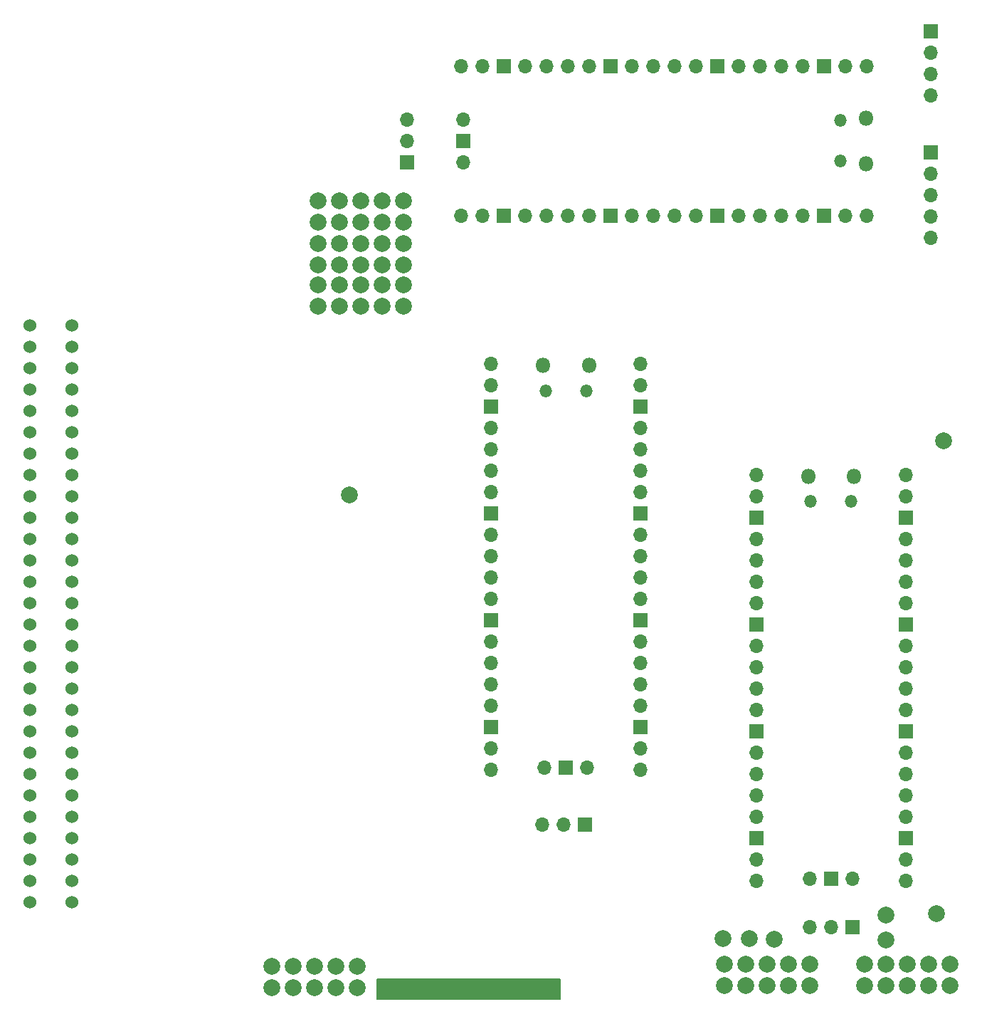
<source format=gbs>
G04 #@! TF.GenerationSoftware,KiCad,Pcbnew,6.0.11-2627ca5db0~126~ubuntu22.04.1*
G04 #@! TF.CreationDate,2023-02-12T16:42:10+00:00*
G04 #@! TF.ProjectId,srom,73726f6d-2e6b-4696-9361-645f70636258,v1.0*
G04 #@! TF.SameCoordinates,Original*
G04 #@! TF.FileFunction,Soldermask,Bot*
G04 #@! TF.FilePolarity,Negative*
%FSLAX46Y46*%
G04 Gerber Fmt 4.6, Leading zero omitted, Abs format (unit mm)*
G04 Created by KiCad (PCBNEW 6.0.11-2627ca5db0~126~ubuntu22.04.1) date 2023-02-12 16:42:10*
%MOMM*%
%LPD*%
G01*
G04 APERTURE LIST*
%ADD10C,0.150000*%
%ADD11C,2.000000*%
%ADD12R,1.700000X1.700000*%
%ADD13O,1.700000X1.700000*%
%ADD14O,1.800000X1.800000*%
%ADD15O,1.500000X1.500000*%
%ADD16C,1.524000*%
G04 APERTURE END LIST*
D10*
X113465000Y-174880000D02*
X91755000Y-174880000D01*
X91755000Y-174880000D02*
X91755000Y-172560000D01*
X91755000Y-172560000D02*
X113465000Y-172560000D01*
X113465000Y-172560000D02*
X113465000Y-174880000D01*
G36*
X113465000Y-174880000D02*
G01*
X91755000Y-174880000D01*
X91755000Y-172560000D01*
X113465000Y-172560000D01*
X113465000Y-174880000D01*
G37*
D11*
X132850000Y-167710000D03*
X84680000Y-92510000D03*
X154830000Y-173260000D03*
X81730000Y-170960000D03*
X94840000Y-82500000D03*
X89760000Y-82500000D03*
D12*
X95250000Y-75380000D03*
D13*
X95250000Y-72840000D03*
X95250000Y-70300000D03*
D11*
X87220000Y-79960000D03*
X135560000Y-170770000D03*
X84680000Y-89970000D03*
X92340000Y-85050000D03*
X159090000Y-108490000D03*
X152290000Y-173260000D03*
X84720000Y-87590000D03*
X135560000Y-173310000D03*
X94840000Y-92510000D03*
X92340000Y-87590000D03*
D14*
X149855000Y-75575000D03*
D15*
X146825000Y-75275000D03*
D14*
X149855000Y-70125000D03*
D15*
X146825000Y-70425000D03*
D13*
X149985000Y-63960000D03*
X147445000Y-63960000D03*
D12*
X144905000Y-63960000D03*
D13*
X142365000Y-63960000D03*
X139825000Y-63960000D03*
X137285000Y-63960000D03*
X134745000Y-63960000D03*
D12*
X132205000Y-63960000D03*
D13*
X129665000Y-63960000D03*
X127125000Y-63960000D03*
X124585000Y-63960000D03*
X122045000Y-63960000D03*
D12*
X119505000Y-63960000D03*
D13*
X116965000Y-63960000D03*
X114425000Y-63960000D03*
X111885000Y-63960000D03*
X109345000Y-63960000D03*
D12*
X106805000Y-63960000D03*
D13*
X104265000Y-63960000D03*
X101725000Y-63960000D03*
X101725000Y-81740000D03*
X104265000Y-81740000D03*
D12*
X106805000Y-81740000D03*
D13*
X109345000Y-81740000D03*
X111885000Y-81740000D03*
X114425000Y-81740000D03*
X116965000Y-81740000D03*
D12*
X119505000Y-81740000D03*
D13*
X122045000Y-81740000D03*
X124585000Y-81740000D03*
X127125000Y-81740000D03*
X129665000Y-81740000D03*
D12*
X132205000Y-81740000D03*
D13*
X134745000Y-81740000D03*
X137285000Y-81740000D03*
X139825000Y-81740000D03*
X142365000Y-81740000D03*
D12*
X144905000Y-81740000D03*
D13*
X147445000Y-81740000D03*
X149985000Y-81740000D03*
X101955000Y-70310000D03*
D12*
X101955000Y-72850000D03*
D13*
X101955000Y-75390000D03*
D11*
X133020000Y-173310000D03*
X79190000Y-170960000D03*
X149750000Y-173260000D03*
X87260000Y-87590000D03*
X94880000Y-87590000D03*
X143180000Y-173310000D03*
X94840000Y-89970000D03*
X92300000Y-89970000D03*
X84270000Y-170960000D03*
X159910000Y-170720000D03*
X87220000Y-89970000D03*
X157370000Y-173260000D03*
X84680000Y-82500000D03*
X92300000Y-92510000D03*
X140640000Y-173310000D03*
X140640000Y-170770000D03*
X87220000Y-82500000D03*
X157370000Y-170720000D03*
D12*
X157590000Y-74260000D03*
D13*
X157590000Y-76800000D03*
X157590000Y-79340000D03*
X157590000Y-81880000D03*
X157590000Y-84420000D03*
D11*
X87220000Y-92510000D03*
X86810000Y-170960000D03*
X84270000Y-173500000D03*
D15*
X148135000Y-115735000D03*
X143285000Y-115735000D03*
D14*
X142985000Y-112705000D03*
X148435000Y-112705000D03*
D13*
X136820000Y-112575000D03*
X136820000Y-115115000D03*
D12*
X136820000Y-117655000D03*
D13*
X136820000Y-120195000D03*
X136820000Y-122735000D03*
X136820000Y-125275000D03*
X136820000Y-127815000D03*
D12*
X136820000Y-130355000D03*
D13*
X136820000Y-132895000D03*
X136820000Y-135435000D03*
X136820000Y-137975000D03*
X136820000Y-140515000D03*
D12*
X136820000Y-143055000D03*
D13*
X136820000Y-145595000D03*
X136820000Y-148135000D03*
X136820000Y-150675000D03*
X136820000Y-153215000D03*
D12*
X136820000Y-155755000D03*
D13*
X136820000Y-158295000D03*
X136820000Y-160835000D03*
X154600000Y-160835000D03*
X154600000Y-158295000D03*
D12*
X154600000Y-155755000D03*
D13*
X154600000Y-153215000D03*
X154600000Y-150675000D03*
X154600000Y-148135000D03*
X154600000Y-145595000D03*
D12*
X154600000Y-143055000D03*
D13*
X154600000Y-140515000D03*
X154600000Y-137975000D03*
X154600000Y-135435000D03*
X154600000Y-132895000D03*
D12*
X154600000Y-130355000D03*
D13*
X154600000Y-127815000D03*
X154600000Y-125275000D03*
X154600000Y-122735000D03*
X154600000Y-120195000D03*
D12*
X154600000Y-117655000D03*
D13*
X154600000Y-115115000D03*
X154600000Y-112575000D03*
X143170000Y-160605000D03*
D12*
X145710000Y-160605000D03*
D13*
X148250000Y-160605000D03*
D11*
X138100000Y-173310000D03*
X88380000Y-114940000D03*
X79190000Y-173500000D03*
X89350000Y-170960000D03*
X159910000Y-173260000D03*
X136010000Y-167680000D03*
X149750000Y-170720000D03*
D12*
X157590000Y-59800000D03*
D13*
X157590000Y-62340000D03*
X157590000Y-64880000D03*
X157590000Y-67420000D03*
D11*
X89760000Y-79960000D03*
X158260000Y-164770000D03*
X152220000Y-167850000D03*
X133020000Y-170770000D03*
X89800000Y-87590000D03*
X81730000Y-173500000D03*
D12*
X116415000Y-154150000D03*
D13*
X113875000Y-154150000D03*
X111335000Y-154150000D03*
D11*
X84680000Y-79960000D03*
X154830000Y-170720000D03*
X138940000Y-167770000D03*
X152280000Y-164870000D03*
X87260000Y-85050000D03*
X94880000Y-85050000D03*
X89760000Y-92510000D03*
X86810000Y-173500000D03*
X143180000Y-170770000D03*
X94840000Y-79960000D03*
D12*
X148290000Y-166340000D03*
D13*
X145750000Y-166340000D03*
X143210000Y-166340000D03*
D11*
X89800000Y-85050000D03*
X84720000Y-85050000D03*
X92300000Y-79960000D03*
X89350000Y-173500000D03*
D16*
X50390000Y-105000000D03*
X55390000Y-105000000D03*
X55390000Y-94840000D03*
X55390000Y-97380000D03*
X55390000Y-99920000D03*
X55390000Y-102460000D03*
X55390000Y-107540000D03*
X55390000Y-110080000D03*
X55390000Y-112620000D03*
X55390000Y-115160000D03*
X55390000Y-117700000D03*
X55390000Y-120240000D03*
X55390000Y-122780000D03*
X55390000Y-125320000D03*
X55390000Y-127860000D03*
X55390000Y-130400000D03*
X55390000Y-132940000D03*
X55390000Y-135480000D03*
X55390000Y-138020000D03*
X55390000Y-140560000D03*
X55390000Y-143100000D03*
X55390000Y-145640000D03*
X55390000Y-148180000D03*
X55390000Y-150720000D03*
X55390000Y-153260000D03*
X55390000Y-155800000D03*
X55390000Y-158340000D03*
X55390000Y-160880000D03*
X55390000Y-163420000D03*
X50390000Y-94840000D03*
X50390000Y-97380000D03*
X50390000Y-99920000D03*
X50390000Y-102460000D03*
X50390000Y-107540000D03*
X50390000Y-110080000D03*
X50390000Y-112620000D03*
X50390000Y-115160000D03*
X50390000Y-117700000D03*
X50390000Y-120240000D03*
X50390000Y-122780000D03*
X50390000Y-125320000D03*
X50390000Y-127860000D03*
X50390000Y-130400000D03*
X50390000Y-132940000D03*
X50390000Y-135480000D03*
X50390000Y-138020000D03*
X50390000Y-140560000D03*
X50390000Y-143100000D03*
X50390000Y-145640000D03*
X50390000Y-148180000D03*
X50390000Y-150720000D03*
X50390000Y-153260000D03*
X50390000Y-155800000D03*
X50390000Y-158340000D03*
X50390000Y-160880000D03*
X50390000Y-163420000D03*
D11*
X138100000Y-170770000D03*
X152290000Y-170720000D03*
X92300000Y-82500000D03*
D14*
X116915000Y-99515000D03*
X111465000Y-99515000D03*
D15*
X116615000Y-102545000D03*
X111765000Y-102545000D03*
D13*
X105300000Y-99385000D03*
X105300000Y-101925000D03*
D12*
X105300000Y-104465000D03*
D13*
X105300000Y-107005000D03*
X105300000Y-109545000D03*
X105300000Y-112085000D03*
X105300000Y-114625000D03*
D12*
X105300000Y-117165000D03*
D13*
X105300000Y-119705000D03*
X105300000Y-122245000D03*
X105300000Y-124785000D03*
X105300000Y-127325000D03*
D12*
X105300000Y-129865000D03*
D13*
X105300000Y-132405000D03*
X105300000Y-134945000D03*
X105300000Y-137485000D03*
X105300000Y-140025000D03*
D12*
X105300000Y-142565000D03*
D13*
X105300000Y-145105000D03*
X105300000Y-147645000D03*
X123080000Y-147645000D03*
X123080000Y-145105000D03*
D12*
X123080000Y-142565000D03*
D13*
X123080000Y-140025000D03*
X123080000Y-137485000D03*
X123080000Y-134945000D03*
X123080000Y-132405000D03*
D12*
X123080000Y-129865000D03*
D13*
X123080000Y-127325000D03*
X123080000Y-124785000D03*
X123080000Y-122245000D03*
X123080000Y-119705000D03*
D12*
X123080000Y-117165000D03*
D13*
X123080000Y-114625000D03*
X123080000Y-112085000D03*
X123080000Y-109545000D03*
X123080000Y-107005000D03*
D12*
X123080000Y-104465000D03*
D13*
X123080000Y-101925000D03*
X123080000Y-99385000D03*
X111650000Y-147415000D03*
D12*
X114190000Y-147415000D03*
D13*
X116730000Y-147415000D03*
D11*
X89760000Y-89970000D03*
M02*

</source>
